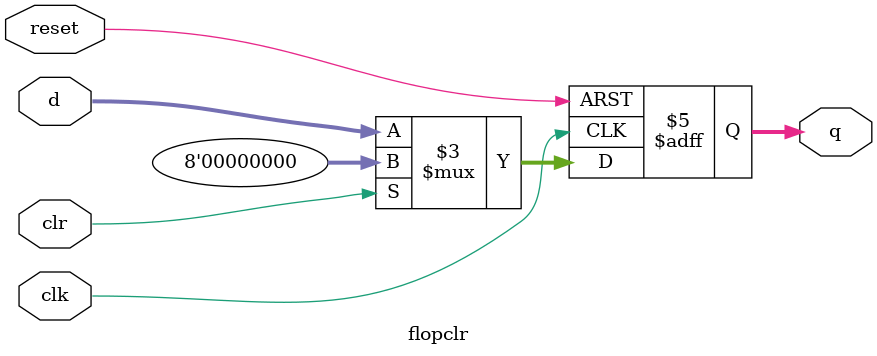
<source format=sv>
/*
 * This module is the Flip Flop con Reset and Enable component
 */ 
module flopclr #(parameter WIDTH = 8)
		 (input logic clk, reset, clr,
		  input logic [WIDTH-1:0] d,
		  output logic [WIDTH-1:0] q);
	always_ff @(posedge clk, posedge reset)
		if (reset) 
			q <= 0;
		else begin
			if (clr) q <= 0;
			else	q <= d;
		end
endmodule
</source>
